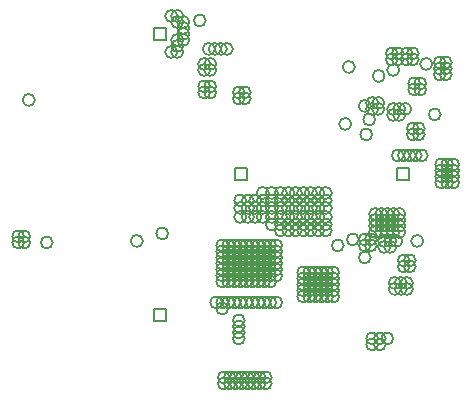
<source format=gbr>
G04 Layer_Color=2752767*
%FSLAX25Y25*%
%MOIN*%
%TF.FileFunction,Drawing*%
%TF.Part,Single*%
G01*
G75*
%ADD76C,0.00500*%
%ADD77C,0.00667*%
D76*
X84201Y84201D02*
Y88201D01*
X88201D01*
Y84201D01*
X84201D01*
X57183Y37405D02*
Y41405D01*
X61183D01*
Y37405D01*
X57183D01*
X138236Y84201D02*
Y88201D01*
X142236D01*
Y84201D01*
X138236D01*
X57183Y130997D02*
Y134997D01*
X61183D01*
Y130997D01*
X57183D01*
D77*
X17500Y111000D02*
G03*
X17500Y111000I-2000J0D01*
G01*
X150000Y123000D02*
G03*
X150000Y123000I-2000J0D01*
G01*
X62000Y66500D02*
G03*
X62000Y66500I-2000J0D01*
G01*
X94000Y50500D02*
G03*
X94000Y50500I-2000J0D01*
G01*
X82000D02*
G03*
X82000Y50500I-2000J0D01*
G01*
X84000D02*
G03*
X84000Y50500I-2000J0D01*
G01*
X86000D02*
G03*
X86000Y50500I-2000J0D01*
G01*
X88000D02*
G03*
X88000Y50500I-2000J0D01*
G01*
X90000D02*
G03*
X90000Y50500I-2000J0D01*
G01*
X92000D02*
G03*
X92000Y50500I-2000J0D01*
G01*
X96000D02*
G03*
X96000Y50500I-2000J0D01*
G01*
X98000D02*
G03*
X98000Y50500I-2000J0D01*
G01*
X100000Y52500D02*
G03*
X100000Y52500I-2000J0D01*
G01*
Y54500D02*
G03*
X100000Y54500I-2000J0D01*
G01*
Y56500D02*
G03*
X100000Y56500I-2000J0D01*
G01*
Y58500D02*
G03*
X100000Y58500I-2000J0D01*
G01*
Y60500D02*
G03*
X100000Y60500I-2000J0D01*
G01*
Y62500D02*
G03*
X100000Y62500I-2000J0D01*
G01*
X98000Y52500D02*
G03*
X98000Y52500I-2000J0D01*
G01*
Y54500D02*
G03*
X98000Y54500I-2000J0D01*
G01*
Y56500D02*
G03*
X98000Y56500I-2000J0D01*
G01*
Y58500D02*
G03*
X98000Y58500I-2000J0D01*
G01*
Y60500D02*
G03*
X98000Y60500I-2000J0D01*
G01*
Y62500D02*
G03*
X98000Y62500I-2000J0D01*
G01*
X96000D02*
G03*
X96000Y62500I-2000J0D01*
G01*
X94000D02*
G03*
X94000Y62500I-2000J0D01*
G01*
X92000D02*
G03*
X92000Y62500I-2000J0D01*
G01*
X88000D02*
G03*
X88000Y62500I-2000J0D01*
G01*
X90000D02*
G03*
X90000Y62500I-2000J0D01*
G01*
X86000D02*
G03*
X86000Y62500I-2000J0D01*
G01*
X84000D02*
G03*
X84000Y62500I-2000J0D01*
G01*
X82000D02*
G03*
X82000Y62500I-2000J0D01*
G01*
Y60500D02*
G03*
X82000Y60500I-2000J0D01*
G01*
X84000D02*
G03*
X84000Y60500I-2000J0D01*
G01*
X86000D02*
G03*
X86000Y60500I-2000J0D01*
G01*
X88000D02*
G03*
X88000Y60500I-2000J0D01*
G01*
X90000D02*
G03*
X90000Y60500I-2000J0D01*
G01*
X92000D02*
G03*
X92000Y60500I-2000J0D01*
G01*
X96000Y52500D02*
G03*
X96000Y52500I-2000J0D01*
G01*
Y54500D02*
G03*
X96000Y54500I-2000J0D01*
G01*
Y56500D02*
G03*
X96000Y56500I-2000J0D01*
G01*
X94000Y60500D02*
G03*
X94000Y60500I-2000J0D01*
G01*
X96000D02*
G03*
X96000Y60500I-2000J0D01*
G01*
Y58500D02*
G03*
X96000Y58500I-2000J0D01*
G01*
X116500Y67500D02*
G03*
X116500Y67500I-2000J0D01*
G01*
X114000D02*
G03*
X114000Y67500I-2000J0D01*
G01*
X111500D02*
G03*
X111500Y67500I-2000J0D01*
G01*
X109000D02*
G03*
X109000Y67500I-2000J0D01*
G01*
X106500D02*
G03*
X106500Y67500I-2000J0D01*
G01*
X104000D02*
G03*
X104000Y67500I-2000J0D01*
G01*
X101500D02*
G03*
X101500Y67500I-2000J0D01*
G01*
X98500Y69500D02*
G03*
X98500Y69500I-2000J0D01*
G01*
X101500D02*
G03*
X101500Y69500I-2000J0D01*
G01*
X104000D02*
G03*
X104000Y69500I-2000J0D01*
G01*
X101500Y80000D02*
G03*
X101500Y80000I-2000J0D01*
G01*
X95500D02*
G03*
X95500Y80000I-2000J0D01*
G01*
X123000Y103000D02*
G03*
X123000Y103000I-2000J0D01*
G01*
X77500Y128000D02*
G03*
X77500Y128000I-2000J0D01*
G01*
X79500D02*
G03*
X79500Y128000I-2000J0D01*
G01*
X81500D02*
G03*
X81500Y128000I-2000J0D01*
G01*
X83500D02*
G03*
X83500Y128000I-2000J0D01*
G01*
X87500Y111500D02*
G03*
X87500Y111500I-2000J0D01*
G01*
X89500D02*
G03*
X89500Y111500I-2000J0D01*
G01*
X87500Y113500D02*
G03*
X87500Y113500I-2000J0D01*
G01*
X89500D02*
G03*
X89500Y113500I-2000J0D01*
G01*
X148500Y92500D02*
G03*
X148500Y92500I-2000J0D01*
G01*
X146500D02*
G03*
X146500Y92500I-2000J0D01*
G01*
X144500D02*
G03*
X144500Y92500I-2000J0D01*
G01*
X142500D02*
G03*
X142500Y92500I-2000J0D01*
G01*
X140500D02*
G03*
X140500Y92500I-2000J0D01*
G01*
X76000Y113500D02*
G03*
X76000Y113500I-2000J0D01*
G01*
X78000D02*
G03*
X78000Y113500I-2000J0D01*
G01*
Y115500D02*
G03*
X78000Y115500I-2000J0D01*
G01*
X76000D02*
G03*
X76000Y115500I-2000J0D01*
G01*
Y121000D02*
G03*
X76000Y121000I-2000J0D01*
G01*
X78000D02*
G03*
X78000Y121000I-2000J0D01*
G01*
Y123000D02*
G03*
X78000Y123000I-2000J0D01*
G01*
X76000D02*
G03*
X76000Y123000I-2000J0D01*
G01*
X145500Y124500D02*
G03*
X145500Y124500I-2000J0D01*
G01*
Y126500D02*
G03*
X145500Y126500I-2000J0D01*
G01*
X143500Y124500D02*
G03*
X143500Y124500I-2000J0D01*
G01*
Y126500D02*
G03*
X143500Y126500I-2000J0D01*
G01*
X139000Y121000D02*
G03*
X139000Y121000I-2000J0D01*
G01*
X138500Y126500D02*
G03*
X138500Y126500I-2000J0D01*
G01*
Y124500D02*
G03*
X138500Y124500I-2000J0D01*
G01*
X140500D02*
G03*
X140500Y124500I-2000J0D01*
G01*
Y126500D02*
G03*
X140500Y126500I-2000J0D01*
G01*
X129500Y109000D02*
G03*
X129500Y109000I-2000J0D01*
G01*
X134143Y119000D02*
G03*
X134143Y119000I-2000J0D01*
G01*
X132000Y110000D02*
G03*
X132000Y110000I-2000J0D01*
G01*
Y108000D02*
G03*
X132000Y108000I-2000J0D01*
G01*
X130000Y99500D02*
G03*
X130000Y99500I-2000J0D01*
G01*
X146000Y114500D02*
G03*
X146000Y114500I-2000J0D01*
G01*
X148000D02*
G03*
X148000Y114500I-2000J0D01*
G01*
X146000Y116500D02*
G03*
X146000Y116500I-2000J0D01*
G01*
X148000D02*
G03*
X148000Y116500I-2000J0D01*
G01*
X152827Y106173D02*
G03*
X152827Y106173I-2000J0D01*
G01*
X139000Y106000D02*
G03*
X139000Y106000I-2000J0D01*
G01*
X141000D02*
G03*
X141000Y106000I-2000J0D01*
G01*
Y108000D02*
G03*
X141000Y108000I-2000J0D01*
G01*
X143000D02*
G03*
X143000Y108000I-2000J0D01*
G01*
X139000D02*
G03*
X139000Y108000I-2000J0D01*
G01*
X134000Y110000D02*
G03*
X134000Y110000I-2000J0D01*
G01*
Y108000D02*
G03*
X134000Y108000I-2000J0D01*
G01*
X147500Y99500D02*
G03*
X147500Y99500I-2000J0D01*
G01*
Y101500D02*
G03*
X147500Y101500I-2000J0D01*
G01*
X145500Y99500D02*
G03*
X145500Y99500I-2000J0D01*
G01*
Y101500D02*
G03*
X145500Y101500I-2000J0D01*
G01*
X131000Y104500D02*
G03*
X131000Y104500I-2000J0D01*
G01*
X124173Y122000D02*
G03*
X124173Y122000I-2000J0D01*
G01*
X69000Y131000D02*
G03*
X69000Y131000I-2000J0D01*
G01*
Y133000D02*
G03*
X69000Y133000I-2000J0D01*
G01*
Y135000D02*
G03*
X69000Y135000I-2000J0D01*
G01*
Y137000D02*
G03*
X69000Y137000I-2000J0D01*
G01*
X67000D02*
G03*
X67000Y137000I-2000J0D01*
G01*
Y131000D02*
G03*
X67000Y131000I-2000J0D01*
G01*
Y129000D02*
G03*
X67000Y129000I-2000J0D01*
G01*
Y127000D02*
G03*
X67000Y127000I-2000J0D01*
G01*
X65000D02*
G03*
X65000Y127000I-2000J0D01*
G01*
X67000Y139000D02*
G03*
X67000Y139000I-2000J0D01*
G01*
X65000D02*
G03*
X65000Y139000I-2000J0D01*
G01*
X156500Y121500D02*
G03*
X156500Y121500I-2000J0D01*
G01*
Y123500D02*
G03*
X156500Y123500I-2000J0D01*
G01*
X154500D02*
G03*
X154500Y123500I-2000J0D01*
G01*
Y121500D02*
G03*
X154500Y121500I-2000J0D01*
G01*
Y119500D02*
G03*
X154500Y119500I-2000J0D01*
G01*
X156500D02*
G03*
X156500Y119500I-2000J0D01*
G01*
X74500Y137500D02*
G03*
X74500Y137500I-2000J0D01*
G01*
X88000Y77500D02*
G03*
X88000Y77500I-2000J0D01*
G01*
X90500D02*
G03*
X90500Y77500I-2000J0D01*
G01*
X93000D02*
G03*
X93000Y77500I-2000J0D01*
G01*
X95500D02*
G03*
X95500Y77500I-2000J0D01*
G01*
X98500D02*
G03*
X98500Y77500I-2000J0D01*
G01*
X101500D02*
G03*
X101500Y77500I-2000J0D01*
G01*
X104000D02*
G03*
X104000Y77500I-2000J0D01*
G01*
X106500D02*
G03*
X106500Y77500I-2000J0D01*
G01*
X109000D02*
G03*
X109000Y77500I-2000J0D01*
G01*
X111500D02*
G03*
X111500Y77500I-2000J0D01*
G01*
Y80000D02*
G03*
X111500Y80000I-2000J0D01*
G01*
X109000D02*
G03*
X109000Y80000I-2000J0D01*
G01*
X106500D02*
G03*
X106500Y80000I-2000J0D01*
G01*
X104000D02*
G03*
X104000Y80000I-2000J0D01*
G01*
X98500D02*
G03*
X98500Y80000I-2000J0D01*
G01*
X133000Y73000D02*
G03*
X133000Y73000I-2000J0D01*
G01*
X135000D02*
G03*
X135000Y73000I-2000J0D01*
G01*
X137000D02*
G03*
X137000Y73000I-2000J0D01*
G01*
X141000D02*
G03*
X141000Y73000I-2000J0D01*
G01*
X139000D02*
G03*
X139000Y73000I-2000J0D01*
G01*
X141000Y71000D02*
G03*
X141000Y71000I-2000J0D01*
G01*
X139000D02*
G03*
X139000Y71000I-2000J0D01*
G01*
X137000D02*
G03*
X137000Y71000I-2000J0D01*
G01*
X135000D02*
G03*
X135000Y71000I-2000J0D01*
G01*
X133000D02*
G03*
X133000Y71000I-2000J0D01*
G01*
Y69000D02*
G03*
X133000Y69000I-2000J0D01*
G01*
X135000D02*
G03*
X135000Y69000I-2000J0D01*
G01*
X137000D02*
G03*
X137000Y69000I-2000J0D01*
G01*
X139000D02*
G03*
X139000Y69000I-2000J0D01*
G01*
X141000D02*
G03*
X141000Y69000I-2000J0D01*
G01*
Y67000D02*
G03*
X141000Y67000I-2000J0D01*
G01*
X139000D02*
G03*
X139000Y67000I-2000J0D01*
G01*
X137000D02*
G03*
X137000Y67000I-2000J0D01*
G01*
X135000D02*
G03*
X135000Y67000I-2000J0D01*
G01*
X133000D02*
G03*
X133000Y67000I-2000J0D01*
G01*
X114000Y80000D02*
G03*
X114000Y80000I-2000J0D01*
G01*
X116500D02*
G03*
X116500Y80000I-2000J0D01*
G01*
Y77500D02*
G03*
X116500Y77500I-2000J0D01*
G01*
X114000D02*
G03*
X114000Y77500I-2000J0D01*
G01*
X116500Y75000D02*
G03*
X116500Y75000I-2000J0D01*
G01*
X114000D02*
G03*
X114000Y75000I-2000J0D01*
G01*
X111500D02*
G03*
X111500Y75000I-2000J0D01*
G01*
X109000D02*
G03*
X109000Y75000I-2000J0D01*
G01*
X106500D02*
G03*
X106500Y75000I-2000J0D01*
G01*
X104000D02*
G03*
X104000Y75000I-2000J0D01*
G01*
X101500D02*
G03*
X101500Y75000I-2000J0D01*
G01*
X98500D02*
G03*
X98500Y75000I-2000J0D01*
G01*
X95500D02*
G03*
X95500Y75000I-2000J0D01*
G01*
X93000D02*
G03*
X93000Y75000I-2000J0D01*
G01*
X90500D02*
G03*
X90500Y75000I-2000J0D01*
G01*
X88000D02*
G03*
X88000Y75000I-2000J0D01*
G01*
Y72000D02*
G03*
X88000Y72000I-2000J0D01*
G01*
X90500D02*
G03*
X90500Y72000I-2000J0D01*
G01*
X93000D02*
G03*
X93000Y72000I-2000J0D01*
G01*
X95500D02*
G03*
X95500Y72000I-2000J0D01*
G01*
X98500D02*
G03*
X98500Y72000I-2000J0D01*
G01*
X101500D02*
G03*
X101500Y72000I-2000J0D01*
G01*
X104000D02*
G03*
X104000Y72000I-2000J0D01*
G01*
X106500D02*
G03*
X106500Y72000I-2000J0D01*
G01*
X109000D02*
G03*
X109000Y72000I-2000J0D01*
G01*
X111500D02*
G03*
X111500Y72000I-2000J0D01*
G01*
X114000D02*
G03*
X114000Y72000I-2000J0D01*
G01*
X116500D02*
G03*
X116500Y72000I-2000J0D01*
G01*
Y69500D02*
G03*
X116500Y69500I-2000J0D01*
G01*
X114000D02*
G03*
X114000Y69500I-2000J0D01*
G01*
X111500D02*
G03*
X111500Y69500I-2000J0D01*
G01*
X109000D02*
G03*
X109000Y69500I-2000J0D01*
G01*
X106500D02*
G03*
X106500Y69500I-2000J0D01*
G01*
X131500Y64500D02*
G03*
X131500Y64500I-2000J0D01*
G01*
X129500D02*
G03*
X129500Y64500I-2000J0D01*
G01*
Y62500D02*
G03*
X129500Y62500I-2000J0D01*
G01*
X131500D02*
G03*
X131500Y62500I-2000J0D01*
G01*
X144500Y55500D02*
G03*
X144500Y55500I-2000J0D01*
G01*
X142500D02*
G03*
X142500Y55500I-2000J0D01*
G01*
X144500Y57500D02*
G03*
X144500Y57500I-2000J0D01*
G01*
X142500D02*
G03*
X142500Y57500I-2000J0D01*
G01*
X138000Y62000D02*
G03*
X138000Y62000I-2000J0D01*
G01*
X136000D02*
G03*
X136000Y62000I-2000J0D01*
G01*
X140000Y64000D02*
G03*
X140000Y64000I-2000J0D01*
G01*
X138000D02*
G03*
X138000Y64000I-2000J0D01*
G01*
X136000D02*
G03*
X136000Y64000I-2000J0D01*
G01*
X129500Y58500D02*
G03*
X129500Y58500I-2000J0D01*
G01*
X147000Y64000D02*
G03*
X147000Y64000I-2000J0D01*
G01*
X120500Y62500D02*
G03*
X120500Y62500I-2000J0D01*
G01*
X125500Y64500D02*
G03*
X125500Y64500I-2000J0D01*
G01*
X117000Y53500D02*
G03*
X117000Y53500I-2000J0D01*
G01*
X115000D02*
G03*
X115000Y53500I-2000J0D01*
G01*
X113000D02*
G03*
X113000Y53500I-2000J0D01*
G01*
X111000D02*
G03*
X111000Y53500I-2000J0D01*
G01*
X117000Y51500D02*
G03*
X117000Y51500I-2000J0D01*
G01*
X115000D02*
G03*
X115000Y51500I-2000J0D01*
G01*
X113000D02*
G03*
X113000Y51500I-2000J0D01*
G01*
X111000D02*
G03*
X111000Y51500I-2000J0D01*
G01*
X109000Y53500D02*
G03*
X109000Y53500I-2000J0D01*
G01*
Y51500D02*
G03*
X109000Y51500I-2000J0D01*
G01*
Y49500D02*
G03*
X109000Y49500I-2000J0D01*
G01*
X111000D02*
G03*
X111000Y49500I-2000J0D01*
G01*
X113000D02*
G03*
X113000Y49500I-2000J0D01*
G01*
X115000D02*
G03*
X115000Y49500I-2000J0D01*
G01*
X117000D02*
G03*
X117000Y49500I-2000J0D01*
G01*
Y47500D02*
G03*
X117000Y47500I-2000J0D01*
G01*
X115000D02*
G03*
X115000Y47500I-2000J0D01*
G01*
X113000D02*
G03*
X113000Y47500I-2000J0D01*
G01*
X111000D02*
G03*
X111000Y47500I-2000J0D01*
G01*
X109000D02*
G03*
X109000Y47500I-2000J0D01*
G01*
X117000Y45500D02*
G03*
X117000Y45500I-2000J0D01*
G01*
X115000D02*
G03*
X115000Y45500I-2000J0D01*
G01*
X113000D02*
G03*
X113000Y45500I-2000J0D01*
G01*
X111000D02*
G03*
X111000Y45500I-2000J0D01*
G01*
X109000D02*
G03*
X109000Y45500I-2000J0D01*
G01*
X139500Y50000D02*
G03*
X139500Y50000I-2000J0D01*
G01*
X141500D02*
G03*
X141500Y50000I-2000J0D01*
G01*
X143500D02*
G03*
X143500Y50000I-2000J0D01*
G01*
X139500Y48000D02*
G03*
X139500Y48000I-2000J0D01*
G01*
X141500D02*
G03*
X141500Y48000I-2000J0D01*
G01*
X143500D02*
G03*
X143500Y48000I-2000J0D01*
G01*
X87500Y37500D02*
G03*
X87500Y37500I-2000J0D01*
G01*
Y35500D02*
G03*
X87500Y35500I-2000J0D01*
G01*
Y33500D02*
G03*
X87500Y33500I-2000J0D01*
G01*
Y31500D02*
G03*
X87500Y31500I-2000J0D01*
G01*
X96500Y18500D02*
G03*
X96500Y18500I-2000J0D01*
G01*
X94500D02*
G03*
X94500Y18500I-2000J0D01*
G01*
Y16500D02*
G03*
X94500Y16500I-2000J0D01*
G01*
X96500D02*
G03*
X96500Y16500I-2000J0D01*
G01*
X92500Y18500D02*
G03*
X92500Y18500I-2000J0D01*
G01*
Y16500D02*
G03*
X92500Y16500I-2000J0D01*
G01*
X90500D02*
G03*
X90500Y16500I-2000J0D01*
G01*
X119000Y53500D02*
G03*
X119000Y53500I-2000J0D01*
G01*
Y51500D02*
G03*
X119000Y51500I-2000J0D01*
G01*
Y49500D02*
G03*
X119000Y49500I-2000J0D01*
G01*
Y47500D02*
G03*
X119000Y47500I-2000J0D01*
G01*
Y45500D02*
G03*
X119000Y45500I-2000J0D01*
G01*
X90500Y18500D02*
G03*
X90500Y18500I-2000J0D01*
G01*
X88500D02*
G03*
X88500Y18500I-2000J0D01*
G01*
Y16500D02*
G03*
X88500Y16500I-2000J0D01*
G01*
X86500D02*
G03*
X86500Y16500I-2000J0D01*
G01*
Y18500D02*
G03*
X86500Y18500I-2000J0D01*
G01*
X84500D02*
G03*
X84500Y18500I-2000J0D01*
G01*
Y16500D02*
G03*
X84500Y16500I-2000J0D01*
G01*
X82500D02*
G03*
X82500Y16500I-2000J0D01*
G01*
Y18500D02*
G03*
X82500Y18500I-2000J0D01*
G01*
X23500Y63500D02*
G03*
X23500Y63500I-2000J0D01*
G01*
X53500Y64000D02*
G03*
X53500Y64000I-2000J0D01*
G01*
X96000Y43500D02*
G03*
X96000Y43500I-2000J0D01*
G01*
X94000D02*
G03*
X94000Y43500I-2000J0D01*
G01*
X92000D02*
G03*
X92000Y43500I-2000J0D01*
G01*
X90000D02*
G03*
X90000Y43500I-2000J0D01*
G01*
X88000D02*
G03*
X88000Y43500I-2000J0D01*
G01*
X86000D02*
G03*
X86000Y43500I-2000J0D01*
G01*
X84000D02*
G03*
X84000Y43500I-2000J0D01*
G01*
X82000D02*
G03*
X82000Y43500I-2000J0D01*
G01*
X80000D02*
G03*
X80000Y43500I-2000J0D01*
G01*
X82000Y41500D02*
G03*
X82000Y41500I-2000J0D01*
G01*
X98000Y43500D02*
G03*
X98000Y43500I-2000J0D01*
G01*
X100000D02*
G03*
X100000Y43500I-2000J0D01*
G01*
X94000Y56500D02*
G03*
X94000Y56500I-2000J0D01*
G01*
X92000D02*
G03*
X92000Y56500I-2000J0D01*
G01*
X90000D02*
G03*
X90000Y56500I-2000J0D01*
G01*
X88000D02*
G03*
X88000Y56500I-2000J0D01*
G01*
X86000D02*
G03*
X86000Y56500I-2000J0D01*
G01*
X84000D02*
G03*
X84000Y56500I-2000J0D01*
G01*
X82000D02*
G03*
X82000Y56500I-2000J0D01*
G01*
Y54500D02*
G03*
X82000Y54500I-2000J0D01*
G01*
X84000D02*
G03*
X84000Y54500I-2000J0D01*
G01*
X86000D02*
G03*
X86000Y54500I-2000J0D01*
G01*
X88000D02*
G03*
X88000Y54500I-2000J0D01*
G01*
X90000D02*
G03*
X90000Y54500I-2000J0D01*
G01*
X92000D02*
G03*
X92000Y54500I-2000J0D01*
G01*
X94000D02*
G03*
X94000Y54500I-2000J0D01*
G01*
Y52500D02*
G03*
X94000Y52500I-2000J0D01*
G01*
X92000D02*
G03*
X92000Y52500I-2000J0D01*
G01*
X90000D02*
G03*
X90000Y52500I-2000J0D01*
G01*
X88000D02*
G03*
X88000Y52500I-2000J0D01*
G01*
X86000D02*
G03*
X86000Y52500I-2000J0D01*
G01*
X84000D02*
G03*
X84000Y52500I-2000J0D01*
G01*
X82000D02*
G03*
X82000Y52500I-2000J0D01*
G01*
Y58500D02*
G03*
X82000Y58500I-2000J0D01*
G01*
X84000D02*
G03*
X84000Y58500I-2000J0D01*
G01*
X86000D02*
G03*
X86000Y58500I-2000J0D01*
G01*
X88000D02*
G03*
X88000Y58500I-2000J0D01*
G01*
X90000D02*
G03*
X90000Y58500I-2000J0D01*
G01*
X92000D02*
G03*
X92000Y58500I-2000J0D01*
G01*
X94000D02*
G03*
X94000Y58500I-2000J0D01*
G01*
X159000Y83500D02*
G03*
X159000Y83500I-2000J0D01*
G01*
X157000D02*
G03*
X157000Y83500I-2000J0D01*
G01*
X155000D02*
G03*
X155000Y83500I-2000J0D01*
G01*
X159000Y85500D02*
G03*
X159000Y85500I-2000J0D01*
G01*
X157000D02*
G03*
X157000Y85500I-2000J0D01*
G01*
X155000D02*
G03*
X155000Y85500I-2000J0D01*
G01*
Y87500D02*
G03*
X155000Y87500I-2000J0D01*
G01*
X157000D02*
G03*
X157000Y87500I-2000J0D01*
G01*
X159000D02*
G03*
X159000Y87500I-2000J0D01*
G01*
Y89500D02*
G03*
X159000Y89500I-2000J0D01*
G01*
X157000D02*
G03*
X157000Y89500I-2000J0D01*
G01*
X155000D02*
G03*
X155000Y89500I-2000J0D01*
G01*
X14000Y65500D02*
G03*
X14000Y65500I-2000J0D01*
G01*
X16000D02*
G03*
X16000Y65500I-2000J0D01*
G01*
Y63500D02*
G03*
X16000Y63500I-2000J0D01*
G01*
X14000D02*
G03*
X14000Y63500I-2000J0D01*
G01*
X132000Y31500D02*
G03*
X132000Y31500I-2000J0D01*
G01*
X134500D02*
G03*
X134500Y31500I-2000J0D01*
G01*
X132000Y29500D02*
G03*
X132000Y29500I-2000J0D01*
G01*
X134500D02*
G03*
X134500Y29500I-2000J0D01*
G01*
X137000Y31500D02*
G03*
X137000Y31500I-2000J0D01*
G01*
%TF.MD5,B087AECE5D5933EEBEFD620C9CA7D503*%
M02*

</source>
